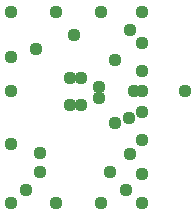
<source format=gbs>
*%FSLAX24Y24*%
*%MOIN*%
G01*
%ADD11C,0.0010*%
%ADD12C,0.0030*%
%ADD13C,0.0043*%
%ADD14C,0.0050*%
%ADD15C,0.0060*%
%ADD16C,0.0070*%
%ADD17C,0.0073*%
%ADD18C,0.0080*%
%ADD19C,0.0100*%
%ADD20C,0.0110*%
%ADD21C,0.0118*%
%ADD22C,0.0150*%
%ADD23C,0.0200*%
%ADD24C,0.0300*%
%ADD25C,0.0360*%
%ADD26C,0.0440*%
%ADD27C,0.0600*%
%ADD28R,0.0300X0.0300*%
%ADD29R,0.0380X0.0380*%
%ADD30R,0.0551X0.0453*%
%ADD31R,0.0631X0.0533*%
%ADD32O,0.0118X0.0354*%
%ADD33O,0.0198X0.0434*%
%ADD34O,0.0354X0.0118*%
%ADD35O,0.0434X0.0198*%
D26*
X19510Y16760D02*
D03*
Y14000D02*
D03*
Y16080D02*
D03*
Y17440D02*
D03*
Y18360D02*
D03*
Y15150D02*
D03*
Y19410D02*
D03*
Y13030D02*
D03*
X15150Y17920D02*
D03*
X16650Y13030D02*
D03*
X18150D02*
D03*
X15150Y19410D02*
D03*
X16650D02*
D03*
X18150D02*
D03*
X15150Y14990D02*
D03*
X18060Y16910D02*
D03*
Y16550D02*
D03*
X18620Y15720D02*
D03*
Y17810D02*
D03*
X19100Y14680D02*
D03*
X15150Y13030D02*
D03*
X16100Y14060D02*
D03*
X17470Y17210D02*
D03*
Y16300D02*
D03*
X15630Y13460D02*
D03*
X18960D02*
D03*
X15981Y18168D02*
D03*
X16100Y14691D02*
D03*
X18430Y14060D02*
D03*
X15150Y16788D02*
D03*
X17110Y17210D02*
D03*
Y16300D02*
D03*
X17240Y18650D02*
D03*
X19100Y18810D02*
D03*
X20940Y16760D02*
D03*
X19240D02*
D03*
X19080Y15870D02*
D03*
M02*

</source>
